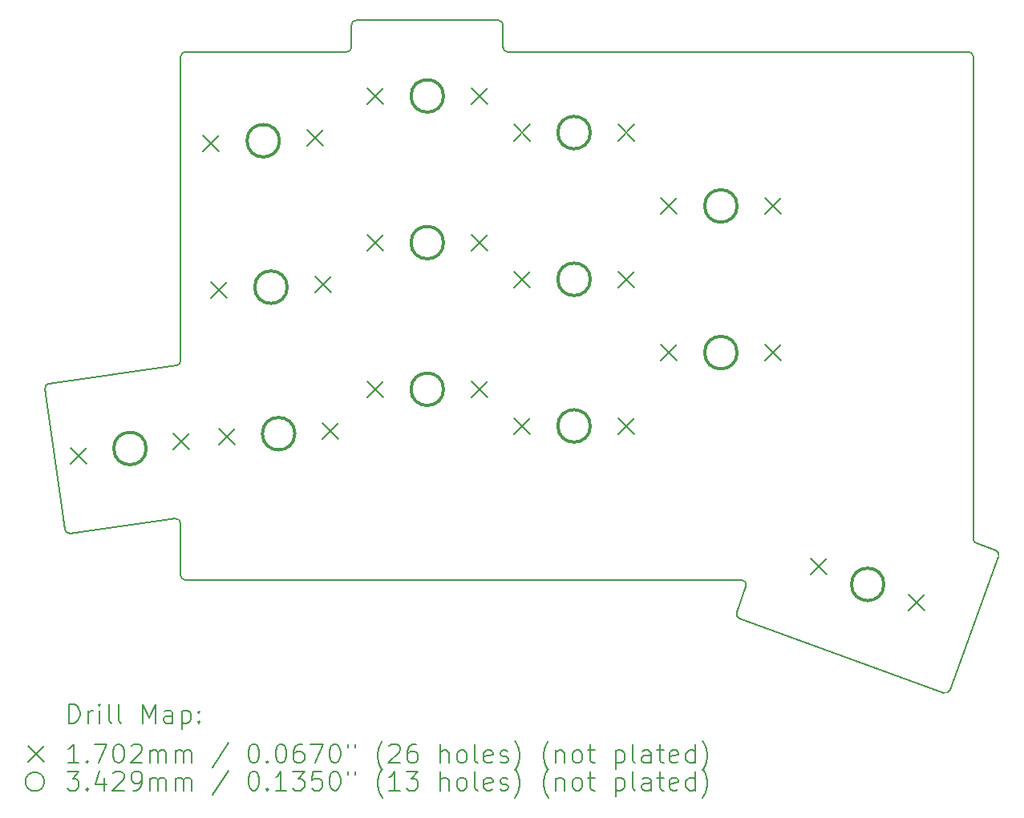
<source format=gbr>
%TF.GenerationSoftware,KiCad,Pcbnew,8.0.5*%
%TF.CreationDate,2024-09-24T21:25:45+10:00*%
%TF.ProjectId,pueo-min-space,7075656f-2d6d-4696-9e2d-73706163652e,0.1*%
%TF.SameCoordinates,Original*%
%TF.FileFunction,Drillmap*%
%TF.FilePolarity,Positive*%
%FSLAX45Y45*%
G04 Gerber Fmt 4.5, Leading zero omitted, Abs format (unit mm)*
G04 Created by KiCad (PCBNEW 8.0.5) date 2024-09-24 21:25:45*
%MOMM*%
%LPD*%
G01*
G04 APERTURE LIST*
%ADD10C,0.150000*%
%ADD11C,0.200000*%
%ADD12C,0.170180*%
%ADD13C,0.342900*%
G04 APERTURE END LIST*
D10*
X9461661Y-9907902D02*
X10571125Y-9751977D01*
X18948084Y-4820291D02*
G75*
G02*
X18998079Y-4870292I-4J-49999D01*
G01*
X19236346Y-10088360D02*
G75*
G02*
X19266227Y-10152445I-17096J-46980D01*
G01*
X12432083Y-4535291D02*
X12432083Y-4770291D01*
X18998083Y-9966629D02*
X18998084Y-4870292D01*
X10678083Y-10400291D02*
X16550587Y-10400291D01*
X16527821Y-10805222D02*
G75*
G02*
X16497939Y-10741137I17099J46982D01*
G01*
X13982084Y-4485291D02*
G75*
G02*
X14032079Y-4535291I-4J-49999D01*
G01*
X18753200Y-11561985D02*
G75*
G02*
X18689112Y-11591872I-46990J17105D01*
G01*
X18948083Y-4820291D02*
X14082083Y-4820291D01*
X10585042Y-8134297D02*
X9238984Y-8323472D01*
X16550587Y-10400291D02*
G75*
G02*
X16597573Y-10467392I3J-49999D01*
G01*
X10678083Y-10400291D02*
G75*
G02*
X10628079Y-10350291I-3J50001D01*
G01*
X14032083Y-4770291D02*
X14032084Y-4535291D01*
X9461661Y-9907902D02*
G75*
G02*
X9405188Y-9865347I-6961J49512D01*
G01*
X13982084Y-4485291D02*
X12482083Y-4485291D01*
X9196429Y-8379945D02*
G75*
G02*
X9238985Y-8323479I49511J6955D01*
G01*
X12382083Y-4820291D02*
X10678083Y-4820291D01*
X19030982Y-10013614D02*
G75*
G02*
X18998082Y-9966629I17098J46984D01*
G01*
X16597572Y-10467392D02*
X16497937Y-10741136D01*
X18753199Y-11561985D02*
X19266230Y-10152446D01*
X19236346Y-10088360D02*
X19030982Y-10013614D01*
X14082083Y-4820291D02*
G75*
G02*
X14032079Y-4770291I-3J50001D01*
G01*
X10628083Y-8084783D02*
G75*
G02*
X10585042Y-8134296I-50003J3D01*
G01*
X10628084Y-9801490D02*
X10628084Y-10350291D01*
X9196429Y-8379945D02*
X9405189Y-9865347D01*
X10571125Y-9751977D02*
G75*
G02*
X10628080Y-9801490I6955J-49513D01*
G01*
X10628083Y-4870291D02*
G75*
G02*
X10678083Y-4820293I49997J1D01*
G01*
X16527821Y-10805222D02*
X18689114Y-11591868D01*
X10628083Y-4870291D02*
X10628083Y-8084783D01*
X12432083Y-4770291D02*
G75*
G02*
X12382083Y-4820294I-50004J1D01*
G01*
X12432083Y-4535291D02*
G75*
G02*
X12482083Y-4485293I49997J1D01*
G01*
D11*
D12*
X9463286Y-9002763D02*
X9633466Y-9172943D01*
X9633466Y-9002763D02*
X9463286Y-9172943D01*
X10552581Y-8849672D02*
X10722761Y-9019852D01*
X10722761Y-8849672D02*
X10552581Y-9019852D01*
X10866041Y-5702420D02*
X11036221Y-5872600D01*
X11036221Y-5702420D02*
X10866041Y-5872600D01*
X10947162Y-7250296D02*
X11117342Y-7420476D01*
X11117342Y-7250296D02*
X10947162Y-7420476D01*
X11028283Y-8798172D02*
X11198463Y-8968352D01*
X11198463Y-8798172D02*
X11028283Y-8968352D01*
X11964533Y-5644851D02*
X12134713Y-5815031D01*
X12134713Y-5644851D02*
X11964533Y-5815031D01*
X12045654Y-7192727D02*
X12215834Y-7362907D01*
X12215834Y-7192727D02*
X12045654Y-7362907D01*
X12126775Y-8740602D02*
X12296955Y-8910782D01*
X12296955Y-8740602D02*
X12126775Y-8910782D01*
X12596993Y-6750201D02*
X12767173Y-6920381D01*
X12767173Y-6750201D02*
X12596993Y-6920381D01*
X12596993Y-8300201D02*
X12767173Y-8470382D01*
X12767173Y-8300201D02*
X12596993Y-8470382D01*
X12596994Y-5200201D02*
X12767174Y-5370381D01*
X12767174Y-5200201D02*
X12596994Y-5370381D01*
X13696993Y-6750201D02*
X13867173Y-6920381D01*
X13867173Y-6750201D02*
X13696993Y-6920381D01*
X13696993Y-8300201D02*
X13867173Y-8470382D01*
X13867173Y-8300201D02*
X13696993Y-8470382D01*
X13696994Y-5200201D02*
X13867174Y-5370381D01*
X13867174Y-5200201D02*
X13696994Y-5370381D01*
X14146993Y-5587701D02*
X14317173Y-5757881D01*
X14317173Y-5587701D02*
X14146993Y-5757881D01*
X14146993Y-7137701D02*
X14317173Y-7307881D01*
X14317173Y-7137701D02*
X14146993Y-7307881D01*
X14146994Y-8687701D02*
X14317174Y-8857881D01*
X14317174Y-8687701D02*
X14146994Y-8857881D01*
X15246993Y-5587701D02*
X15417173Y-5757881D01*
X15417173Y-5587701D02*
X15246993Y-5757881D01*
X15246993Y-7137701D02*
X15417173Y-7307881D01*
X15417173Y-7137701D02*
X15246993Y-7307881D01*
X15246994Y-8687701D02*
X15417174Y-8857881D01*
X15417174Y-8687701D02*
X15246994Y-8857881D01*
X15696993Y-6362701D02*
X15867173Y-6532881D01*
X15867173Y-6362701D02*
X15696993Y-6532881D01*
X15696993Y-7912701D02*
X15867173Y-8082881D01*
X15867173Y-7912701D02*
X15696993Y-8082881D01*
X16796993Y-6362701D02*
X16967173Y-6532881D01*
X16967173Y-6362701D02*
X16796993Y-6532881D01*
X16796993Y-7912701D02*
X16967173Y-8082881D01*
X16967173Y-7912701D02*
X16796993Y-8082881D01*
X17280162Y-10173590D02*
X17450342Y-10343770D01*
X17450342Y-10173590D02*
X17280162Y-10343770D01*
X18313824Y-10549812D02*
X18484004Y-10719992D01*
X18484004Y-10549812D02*
X18313824Y-10719992D01*
D13*
X10264474Y-9011307D02*
G75*
G02*
X9921574Y-9011307I-171450J0D01*
G01*
X9921574Y-9011307D02*
G75*
G02*
X10264474Y-9011307I171450J0D01*
G01*
X11671827Y-5758725D02*
G75*
G02*
X11328927Y-5758725I-171450J0D01*
G01*
X11328927Y-5758725D02*
G75*
G02*
X11671827Y-5758725I171450J0D01*
G01*
X11752948Y-7306601D02*
G75*
G02*
X11410048Y-7306601I-171450J0D01*
G01*
X11410048Y-7306601D02*
G75*
G02*
X11752948Y-7306601I171450J0D01*
G01*
X11834069Y-8854477D02*
G75*
G02*
X11491169Y-8854477I-171450J0D01*
G01*
X11491169Y-8854477D02*
G75*
G02*
X11834069Y-8854477I171450J0D01*
G01*
X13403533Y-6835291D02*
G75*
G02*
X13060633Y-6835291I-171450J0D01*
G01*
X13060633Y-6835291D02*
G75*
G02*
X13403533Y-6835291I171450J0D01*
G01*
X13403533Y-8385291D02*
G75*
G02*
X13060633Y-8385291I-171450J0D01*
G01*
X13060633Y-8385291D02*
G75*
G02*
X13403533Y-8385291I171450J0D01*
G01*
X13403534Y-5285291D02*
G75*
G02*
X13060634Y-5285291I-171450J0D01*
G01*
X13060634Y-5285291D02*
G75*
G02*
X13403534Y-5285291I171450J0D01*
G01*
X14953533Y-5672791D02*
G75*
G02*
X14610633Y-5672791I-171450J0D01*
G01*
X14610633Y-5672791D02*
G75*
G02*
X14953533Y-5672791I171450J0D01*
G01*
X14953533Y-7222791D02*
G75*
G02*
X14610633Y-7222791I-171450J0D01*
G01*
X14610633Y-7222791D02*
G75*
G02*
X14953533Y-7222791I171450J0D01*
G01*
X14953534Y-8772791D02*
G75*
G02*
X14610634Y-8772791I-171450J0D01*
G01*
X14610634Y-8772791D02*
G75*
G02*
X14953534Y-8772791I171450J0D01*
G01*
X16503533Y-6447791D02*
G75*
G02*
X16160633Y-6447791I-171450J0D01*
G01*
X16160633Y-6447791D02*
G75*
G02*
X16503533Y-6447791I171450J0D01*
G01*
X16503533Y-7997791D02*
G75*
G02*
X16160633Y-7997791I-171450J0D01*
G01*
X16160633Y-7997791D02*
G75*
G02*
X16503533Y-7997791I171450J0D01*
G01*
X18053533Y-10446791D02*
G75*
G02*
X17710633Y-10446791I-171450J0D01*
G01*
X17710633Y-10446791D02*
G75*
G02*
X18053533Y-10446791I171450J0D01*
G01*
D11*
X9449220Y-11913870D02*
X9449220Y-11713870D01*
X9449220Y-11713870D02*
X9496839Y-11713870D01*
X9496839Y-11713870D02*
X9525411Y-11723393D01*
X9525411Y-11723393D02*
X9544458Y-11742441D01*
X9544458Y-11742441D02*
X9553982Y-11761489D01*
X9553982Y-11761489D02*
X9563506Y-11799584D01*
X9563506Y-11799584D02*
X9563506Y-11828155D01*
X9563506Y-11828155D02*
X9553982Y-11866251D01*
X9553982Y-11866251D02*
X9544458Y-11885298D01*
X9544458Y-11885298D02*
X9525411Y-11904346D01*
X9525411Y-11904346D02*
X9496839Y-11913870D01*
X9496839Y-11913870D02*
X9449220Y-11913870D01*
X9649220Y-11913870D02*
X9649220Y-11780536D01*
X9649220Y-11818632D02*
X9658744Y-11799584D01*
X9658744Y-11799584D02*
X9668268Y-11790060D01*
X9668268Y-11790060D02*
X9687315Y-11780536D01*
X9687315Y-11780536D02*
X9706363Y-11780536D01*
X9773030Y-11913870D02*
X9773030Y-11780536D01*
X9773030Y-11713870D02*
X9763506Y-11723393D01*
X9763506Y-11723393D02*
X9773030Y-11732917D01*
X9773030Y-11732917D02*
X9782553Y-11723393D01*
X9782553Y-11723393D02*
X9773030Y-11713870D01*
X9773030Y-11713870D02*
X9773030Y-11732917D01*
X9896839Y-11913870D02*
X9877792Y-11904346D01*
X9877792Y-11904346D02*
X9868268Y-11885298D01*
X9868268Y-11885298D02*
X9868268Y-11713870D01*
X10001601Y-11913870D02*
X9982553Y-11904346D01*
X9982553Y-11904346D02*
X9973030Y-11885298D01*
X9973030Y-11885298D02*
X9973030Y-11713870D01*
X10230173Y-11913870D02*
X10230173Y-11713870D01*
X10230173Y-11713870D02*
X10296839Y-11856727D01*
X10296839Y-11856727D02*
X10363506Y-11713870D01*
X10363506Y-11713870D02*
X10363506Y-11913870D01*
X10544458Y-11913870D02*
X10544458Y-11809108D01*
X10544458Y-11809108D02*
X10534934Y-11790060D01*
X10534934Y-11790060D02*
X10515887Y-11780536D01*
X10515887Y-11780536D02*
X10477792Y-11780536D01*
X10477792Y-11780536D02*
X10458744Y-11790060D01*
X10544458Y-11904346D02*
X10525411Y-11913870D01*
X10525411Y-11913870D02*
X10477792Y-11913870D01*
X10477792Y-11913870D02*
X10458744Y-11904346D01*
X10458744Y-11904346D02*
X10449220Y-11885298D01*
X10449220Y-11885298D02*
X10449220Y-11866251D01*
X10449220Y-11866251D02*
X10458744Y-11847203D01*
X10458744Y-11847203D02*
X10477792Y-11837679D01*
X10477792Y-11837679D02*
X10525411Y-11837679D01*
X10525411Y-11837679D02*
X10544458Y-11828155D01*
X10639696Y-11780536D02*
X10639696Y-11980536D01*
X10639696Y-11790060D02*
X10658744Y-11780536D01*
X10658744Y-11780536D02*
X10696839Y-11780536D01*
X10696839Y-11780536D02*
X10715887Y-11790060D01*
X10715887Y-11790060D02*
X10725411Y-11799584D01*
X10725411Y-11799584D02*
X10734934Y-11818632D01*
X10734934Y-11818632D02*
X10734934Y-11875774D01*
X10734934Y-11875774D02*
X10725411Y-11894822D01*
X10725411Y-11894822D02*
X10715887Y-11904346D01*
X10715887Y-11904346D02*
X10696839Y-11913870D01*
X10696839Y-11913870D02*
X10658744Y-11913870D01*
X10658744Y-11913870D02*
X10639696Y-11904346D01*
X10820649Y-11894822D02*
X10830173Y-11904346D01*
X10830173Y-11904346D02*
X10820649Y-11913870D01*
X10820649Y-11913870D02*
X10811125Y-11904346D01*
X10811125Y-11904346D02*
X10820649Y-11894822D01*
X10820649Y-11894822D02*
X10820649Y-11913870D01*
X10820649Y-11790060D02*
X10830173Y-11799584D01*
X10830173Y-11799584D02*
X10820649Y-11809108D01*
X10820649Y-11809108D02*
X10811125Y-11799584D01*
X10811125Y-11799584D02*
X10820649Y-11790060D01*
X10820649Y-11790060D02*
X10820649Y-11809108D01*
D12*
X9018263Y-12157296D02*
X9188443Y-12327476D01*
X9188443Y-12157296D02*
X9018263Y-12327476D01*
D11*
X9553982Y-12333870D02*
X9439696Y-12333870D01*
X9496839Y-12333870D02*
X9496839Y-12133870D01*
X9496839Y-12133870D02*
X9477792Y-12162441D01*
X9477792Y-12162441D02*
X9458744Y-12181489D01*
X9458744Y-12181489D02*
X9439696Y-12191012D01*
X9639696Y-12314822D02*
X9649220Y-12324346D01*
X9649220Y-12324346D02*
X9639696Y-12333870D01*
X9639696Y-12333870D02*
X9630173Y-12324346D01*
X9630173Y-12324346D02*
X9639696Y-12314822D01*
X9639696Y-12314822D02*
X9639696Y-12333870D01*
X9715887Y-12133870D02*
X9849220Y-12133870D01*
X9849220Y-12133870D02*
X9763506Y-12333870D01*
X9963506Y-12133870D02*
X9982554Y-12133870D01*
X9982554Y-12133870D02*
X10001601Y-12143393D01*
X10001601Y-12143393D02*
X10011125Y-12152917D01*
X10011125Y-12152917D02*
X10020649Y-12171965D01*
X10020649Y-12171965D02*
X10030173Y-12210060D01*
X10030173Y-12210060D02*
X10030173Y-12257679D01*
X10030173Y-12257679D02*
X10020649Y-12295774D01*
X10020649Y-12295774D02*
X10011125Y-12314822D01*
X10011125Y-12314822D02*
X10001601Y-12324346D01*
X10001601Y-12324346D02*
X9982554Y-12333870D01*
X9982554Y-12333870D02*
X9963506Y-12333870D01*
X9963506Y-12333870D02*
X9944458Y-12324346D01*
X9944458Y-12324346D02*
X9934934Y-12314822D01*
X9934934Y-12314822D02*
X9925411Y-12295774D01*
X9925411Y-12295774D02*
X9915887Y-12257679D01*
X9915887Y-12257679D02*
X9915887Y-12210060D01*
X9915887Y-12210060D02*
X9925411Y-12171965D01*
X9925411Y-12171965D02*
X9934934Y-12152917D01*
X9934934Y-12152917D02*
X9944458Y-12143393D01*
X9944458Y-12143393D02*
X9963506Y-12133870D01*
X10106363Y-12152917D02*
X10115887Y-12143393D01*
X10115887Y-12143393D02*
X10134934Y-12133870D01*
X10134934Y-12133870D02*
X10182554Y-12133870D01*
X10182554Y-12133870D02*
X10201601Y-12143393D01*
X10201601Y-12143393D02*
X10211125Y-12152917D01*
X10211125Y-12152917D02*
X10220649Y-12171965D01*
X10220649Y-12171965D02*
X10220649Y-12191012D01*
X10220649Y-12191012D02*
X10211125Y-12219584D01*
X10211125Y-12219584D02*
X10096839Y-12333870D01*
X10096839Y-12333870D02*
X10220649Y-12333870D01*
X10306363Y-12333870D02*
X10306363Y-12200536D01*
X10306363Y-12219584D02*
X10315887Y-12210060D01*
X10315887Y-12210060D02*
X10334934Y-12200536D01*
X10334934Y-12200536D02*
X10363506Y-12200536D01*
X10363506Y-12200536D02*
X10382554Y-12210060D01*
X10382554Y-12210060D02*
X10392077Y-12229108D01*
X10392077Y-12229108D02*
X10392077Y-12333870D01*
X10392077Y-12229108D02*
X10401601Y-12210060D01*
X10401601Y-12210060D02*
X10420649Y-12200536D01*
X10420649Y-12200536D02*
X10449220Y-12200536D01*
X10449220Y-12200536D02*
X10468268Y-12210060D01*
X10468268Y-12210060D02*
X10477792Y-12229108D01*
X10477792Y-12229108D02*
X10477792Y-12333870D01*
X10573030Y-12333870D02*
X10573030Y-12200536D01*
X10573030Y-12219584D02*
X10582554Y-12210060D01*
X10582554Y-12210060D02*
X10601601Y-12200536D01*
X10601601Y-12200536D02*
X10630173Y-12200536D01*
X10630173Y-12200536D02*
X10649220Y-12210060D01*
X10649220Y-12210060D02*
X10658744Y-12229108D01*
X10658744Y-12229108D02*
X10658744Y-12333870D01*
X10658744Y-12229108D02*
X10668268Y-12210060D01*
X10668268Y-12210060D02*
X10687315Y-12200536D01*
X10687315Y-12200536D02*
X10715887Y-12200536D01*
X10715887Y-12200536D02*
X10734935Y-12210060D01*
X10734935Y-12210060D02*
X10744458Y-12229108D01*
X10744458Y-12229108D02*
X10744458Y-12333870D01*
X11134935Y-12124346D02*
X10963506Y-12381489D01*
X11392077Y-12133870D02*
X11411125Y-12133870D01*
X11411125Y-12133870D02*
X11430173Y-12143393D01*
X11430173Y-12143393D02*
X11439696Y-12152917D01*
X11439696Y-12152917D02*
X11449220Y-12171965D01*
X11449220Y-12171965D02*
X11458744Y-12210060D01*
X11458744Y-12210060D02*
X11458744Y-12257679D01*
X11458744Y-12257679D02*
X11449220Y-12295774D01*
X11449220Y-12295774D02*
X11439696Y-12314822D01*
X11439696Y-12314822D02*
X11430173Y-12324346D01*
X11430173Y-12324346D02*
X11411125Y-12333870D01*
X11411125Y-12333870D02*
X11392077Y-12333870D01*
X11392077Y-12333870D02*
X11373030Y-12324346D01*
X11373030Y-12324346D02*
X11363506Y-12314822D01*
X11363506Y-12314822D02*
X11353982Y-12295774D01*
X11353982Y-12295774D02*
X11344458Y-12257679D01*
X11344458Y-12257679D02*
X11344458Y-12210060D01*
X11344458Y-12210060D02*
X11353982Y-12171965D01*
X11353982Y-12171965D02*
X11363506Y-12152917D01*
X11363506Y-12152917D02*
X11373030Y-12143393D01*
X11373030Y-12143393D02*
X11392077Y-12133870D01*
X11544458Y-12314822D02*
X11553982Y-12324346D01*
X11553982Y-12324346D02*
X11544458Y-12333870D01*
X11544458Y-12333870D02*
X11534935Y-12324346D01*
X11534935Y-12324346D02*
X11544458Y-12314822D01*
X11544458Y-12314822D02*
X11544458Y-12333870D01*
X11677792Y-12133870D02*
X11696839Y-12133870D01*
X11696839Y-12133870D02*
X11715887Y-12143393D01*
X11715887Y-12143393D02*
X11725411Y-12152917D01*
X11725411Y-12152917D02*
X11734935Y-12171965D01*
X11734935Y-12171965D02*
X11744458Y-12210060D01*
X11744458Y-12210060D02*
X11744458Y-12257679D01*
X11744458Y-12257679D02*
X11734935Y-12295774D01*
X11734935Y-12295774D02*
X11725411Y-12314822D01*
X11725411Y-12314822D02*
X11715887Y-12324346D01*
X11715887Y-12324346D02*
X11696839Y-12333870D01*
X11696839Y-12333870D02*
X11677792Y-12333870D01*
X11677792Y-12333870D02*
X11658744Y-12324346D01*
X11658744Y-12324346D02*
X11649220Y-12314822D01*
X11649220Y-12314822D02*
X11639696Y-12295774D01*
X11639696Y-12295774D02*
X11630173Y-12257679D01*
X11630173Y-12257679D02*
X11630173Y-12210060D01*
X11630173Y-12210060D02*
X11639696Y-12171965D01*
X11639696Y-12171965D02*
X11649220Y-12152917D01*
X11649220Y-12152917D02*
X11658744Y-12143393D01*
X11658744Y-12143393D02*
X11677792Y-12133870D01*
X11915887Y-12133870D02*
X11877792Y-12133870D01*
X11877792Y-12133870D02*
X11858744Y-12143393D01*
X11858744Y-12143393D02*
X11849220Y-12152917D01*
X11849220Y-12152917D02*
X11830173Y-12181489D01*
X11830173Y-12181489D02*
X11820649Y-12219584D01*
X11820649Y-12219584D02*
X11820649Y-12295774D01*
X11820649Y-12295774D02*
X11830173Y-12314822D01*
X11830173Y-12314822D02*
X11839696Y-12324346D01*
X11839696Y-12324346D02*
X11858744Y-12333870D01*
X11858744Y-12333870D02*
X11896839Y-12333870D01*
X11896839Y-12333870D02*
X11915887Y-12324346D01*
X11915887Y-12324346D02*
X11925411Y-12314822D01*
X11925411Y-12314822D02*
X11934935Y-12295774D01*
X11934935Y-12295774D02*
X11934935Y-12248155D01*
X11934935Y-12248155D02*
X11925411Y-12229108D01*
X11925411Y-12229108D02*
X11915887Y-12219584D01*
X11915887Y-12219584D02*
X11896839Y-12210060D01*
X11896839Y-12210060D02*
X11858744Y-12210060D01*
X11858744Y-12210060D02*
X11839696Y-12219584D01*
X11839696Y-12219584D02*
X11830173Y-12229108D01*
X11830173Y-12229108D02*
X11820649Y-12248155D01*
X12001601Y-12133870D02*
X12134935Y-12133870D01*
X12134935Y-12133870D02*
X12049220Y-12333870D01*
X12249220Y-12133870D02*
X12268268Y-12133870D01*
X12268268Y-12133870D02*
X12287316Y-12143393D01*
X12287316Y-12143393D02*
X12296839Y-12152917D01*
X12296839Y-12152917D02*
X12306363Y-12171965D01*
X12306363Y-12171965D02*
X12315887Y-12210060D01*
X12315887Y-12210060D02*
X12315887Y-12257679D01*
X12315887Y-12257679D02*
X12306363Y-12295774D01*
X12306363Y-12295774D02*
X12296839Y-12314822D01*
X12296839Y-12314822D02*
X12287316Y-12324346D01*
X12287316Y-12324346D02*
X12268268Y-12333870D01*
X12268268Y-12333870D02*
X12249220Y-12333870D01*
X12249220Y-12333870D02*
X12230173Y-12324346D01*
X12230173Y-12324346D02*
X12220649Y-12314822D01*
X12220649Y-12314822D02*
X12211125Y-12295774D01*
X12211125Y-12295774D02*
X12201601Y-12257679D01*
X12201601Y-12257679D02*
X12201601Y-12210060D01*
X12201601Y-12210060D02*
X12211125Y-12171965D01*
X12211125Y-12171965D02*
X12220649Y-12152917D01*
X12220649Y-12152917D02*
X12230173Y-12143393D01*
X12230173Y-12143393D02*
X12249220Y-12133870D01*
X12392077Y-12133870D02*
X12392077Y-12171965D01*
X12468268Y-12133870D02*
X12468268Y-12171965D01*
X12763506Y-12410060D02*
X12753982Y-12400536D01*
X12753982Y-12400536D02*
X12734935Y-12371965D01*
X12734935Y-12371965D02*
X12725411Y-12352917D01*
X12725411Y-12352917D02*
X12715887Y-12324346D01*
X12715887Y-12324346D02*
X12706363Y-12276727D01*
X12706363Y-12276727D02*
X12706363Y-12238632D01*
X12706363Y-12238632D02*
X12715887Y-12191012D01*
X12715887Y-12191012D02*
X12725411Y-12162441D01*
X12725411Y-12162441D02*
X12734935Y-12143393D01*
X12734935Y-12143393D02*
X12753982Y-12114822D01*
X12753982Y-12114822D02*
X12763506Y-12105298D01*
X12830173Y-12152917D02*
X12839697Y-12143393D01*
X12839697Y-12143393D02*
X12858744Y-12133870D01*
X12858744Y-12133870D02*
X12906363Y-12133870D01*
X12906363Y-12133870D02*
X12925411Y-12143393D01*
X12925411Y-12143393D02*
X12934935Y-12152917D01*
X12934935Y-12152917D02*
X12944458Y-12171965D01*
X12944458Y-12171965D02*
X12944458Y-12191012D01*
X12944458Y-12191012D02*
X12934935Y-12219584D01*
X12934935Y-12219584D02*
X12820649Y-12333870D01*
X12820649Y-12333870D02*
X12944458Y-12333870D01*
X13115887Y-12133870D02*
X13077792Y-12133870D01*
X13077792Y-12133870D02*
X13058744Y-12143393D01*
X13058744Y-12143393D02*
X13049220Y-12152917D01*
X13049220Y-12152917D02*
X13030173Y-12181489D01*
X13030173Y-12181489D02*
X13020649Y-12219584D01*
X13020649Y-12219584D02*
X13020649Y-12295774D01*
X13020649Y-12295774D02*
X13030173Y-12314822D01*
X13030173Y-12314822D02*
X13039697Y-12324346D01*
X13039697Y-12324346D02*
X13058744Y-12333870D01*
X13058744Y-12333870D02*
X13096839Y-12333870D01*
X13096839Y-12333870D02*
X13115887Y-12324346D01*
X13115887Y-12324346D02*
X13125411Y-12314822D01*
X13125411Y-12314822D02*
X13134935Y-12295774D01*
X13134935Y-12295774D02*
X13134935Y-12248155D01*
X13134935Y-12248155D02*
X13125411Y-12229108D01*
X13125411Y-12229108D02*
X13115887Y-12219584D01*
X13115887Y-12219584D02*
X13096839Y-12210060D01*
X13096839Y-12210060D02*
X13058744Y-12210060D01*
X13058744Y-12210060D02*
X13039697Y-12219584D01*
X13039697Y-12219584D02*
X13030173Y-12229108D01*
X13030173Y-12229108D02*
X13020649Y-12248155D01*
X13373030Y-12333870D02*
X13373030Y-12133870D01*
X13458744Y-12333870D02*
X13458744Y-12229108D01*
X13458744Y-12229108D02*
X13449220Y-12210060D01*
X13449220Y-12210060D02*
X13430173Y-12200536D01*
X13430173Y-12200536D02*
X13401601Y-12200536D01*
X13401601Y-12200536D02*
X13382554Y-12210060D01*
X13382554Y-12210060D02*
X13373030Y-12219584D01*
X13582554Y-12333870D02*
X13563506Y-12324346D01*
X13563506Y-12324346D02*
X13553982Y-12314822D01*
X13553982Y-12314822D02*
X13544459Y-12295774D01*
X13544459Y-12295774D02*
X13544459Y-12238632D01*
X13544459Y-12238632D02*
X13553982Y-12219584D01*
X13553982Y-12219584D02*
X13563506Y-12210060D01*
X13563506Y-12210060D02*
X13582554Y-12200536D01*
X13582554Y-12200536D02*
X13611125Y-12200536D01*
X13611125Y-12200536D02*
X13630173Y-12210060D01*
X13630173Y-12210060D02*
X13639697Y-12219584D01*
X13639697Y-12219584D02*
X13649220Y-12238632D01*
X13649220Y-12238632D02*
X13649220Y-12295774D01*
X13649220Y-12295774D02*
X13639697Y-12314822D01*
X13639697Y-12314822D02*
X13630173Y-12324346D01*
X13630173Y-12324346D02*
X13611125Y-12333870D01*
X13611125Y-12333870D02*
X13582554Y-12333870D01*
X13763506Y-12333870D02*
X13744459Y-12324346D01*
X13744459Y-12324346D02*
X13734935Y-12305298D01*
X13734935Y-12305298D02*
X13734935Y-12133870D01*
X13915887Y-12324346D02*
X13896840Y-12333870D01*
X13896840Y-12333870D02*
X13858744Y-12333870D01*
X13858744Y-12333870D02*
X13839697Y-12324346D01*
X13839697Y-12324346D02*
X13830173Y-12305298D01*
X13830173Y-12305298D02*
X13830173Y-12229108D01*
X13830173Y-12229108D02*
X13839697Y-12210060D01*
X13839697Y-12210060D02*
X13858744Y-12200536D01*
X13858744Y-12200536D02*
X13896840Y-12200536D01*
X13896840Y-12200536D02*
X13915887Y-12210060D01*
X13915887Y-12210060D02*
X13925411Y-12229108D01*
X13925411Y-12229108D02*
X13925411Y-12248155D01*
X13925411Y-12248155D02*
X13830173Y-12267203D01*
X14001601Y-12324346D02*
X14020649Y-12333870D01*
X14020649Y-12333870D02*
X14058744Y-12333870D01*
X14058744Y-12333870D02*
X14077792Y-12324346D01*
X14077792Y-12324346D02*
X14087316Y-12305298D01*
X14087316Y-12305298D02*
X14087316Y-12295774D01*
X14087316Y-12295774D02*
X14077792Y-12276727D01*
X14077792Y-12276727D02*
X14058744Y-12267203D01*
X14058744Y-12267203D02*
X14030173Y-12267203D01*
X14030173Y-12267203D02*
X14011125Y-12257679D01*
X14011125Y-12257679D02*
X14001601Y-12238632D01*
X14001601Y-12238632D02*
X14001601Y-12229108D01*
X14001601Y-12229108D02*
X14011125Y-12210060D01*
X14011125Y-12210060D02*
X14030173Y-12200536D01*
X14030173Y-12200536D02*
X14058744Y-12200536D01*
X14058744Y-12200536D02*
X14077792Y-12210060D01*
X14153982Y-12410060D02*
X14163506Y-12400536D01*
X14163506Y-12400536D02*
X14182554Y-12371965D01*
X14182554Y-12371965D02*
X14192078Y-12352917D01*
X14192078Y-12352917D02*
X14201601Y-12324346D01*
X14201601Y-12324346D02*
X14211125Y-12276727D01*
X14211125Y-12276727D02*
X14211125Y-12238632D01*
X14211125Y-12238632D02*
X14201601Y-12191012D01*
X14201601Y-12191012D02*
X14192078Y-12162441D01*
X14192078Y-12162441D02*
X14182554Y-12143393D01*
X14182554Y-12143393D02*
X14163506Y-12114822D01*
X14163506Y-12114822D02*
X14153982Y-12105298D01*
X14515887Y-12410060D02*
X14506363Y-12400536D01*
X14506363Y-12400536D02*
X14487316Y-12371965D01*
X14487316Y-12371965D02*
X14477792Y-12352917D01*
X14477792Y-12352917D02*
X14468268Y-12324346D01*
X14468268Y-12324346D02*
X14458744Y-12276727D01*
X14458744Y-12276727D02*
X14458744Y-12238632D01*
X14458744Y-12238632D02*
X14468268Y-12191012D01*
X14468268Y-12191012D02*
X14477792Y-12162441D01*
X14477792Y-12162441D02*
X14487316Y-12143393D01*
X14487316Y-12143393D02*
X14506363Y-12114822D01*
X14506363Y-12114822D02*
X14515887Y-12105298D01*
X14592078Y-12200536D02*
X14592078Y-12333870D01*
X14592078Y-12219584D02*
X14601601Y-12210060D01*
X14601601Y-12210060D02*
X14620649Y-12200536D01*
X14620649Y-12200536D02*
X14649221Y-12200536D01*
X14649221Y-12200536D02*
X14668268Y-12210060D01*
X14668268Y-12210060D02*
X14677792Y-12229108D01*
X14677792Y-12229108D02*
X14677792Y-12333870D01*
X14801601Y-12333870D02*
X14782554Y-12324346D01*
X14782554Y-12324346D02*
X14773030Y-12314822D01*
X14773030Y-12314822D02*
X14763506Y-12295774D01*
X14763506Y-12295774D02*
X14763506Y-12238632D01*
X14763506Y-12238632D02*
X14773030Y-12219584D01*
X14773030Y-12219584D02*
X14782554Y-12210060D01*
X14782554Y-12210060D02*
X14801601Y-12200536D01*
X14801601Y-12200536D02*
X14830173Y-12200536D01*
X14830173Y-12200536D02*
X14849221Y-12210060D01*
X14849221Y-12210060D02*
X14858744Y-12219584D01*
X14858744Y-12219584D02*
X14868268Y-12238632D01*
X14868268Y-12238632D02*
X14868268Y-12295774D01*
X14868268Y-12295774D02*
X14858744Y-12314822D01*
X14858744Y-12314822D02*
X14849221Y-12324346D01*
X14849221Y-12324346D02*
X14830173Y-12333870D01*
X14830173Y-12333870D02*
X14801601Y-12333870D01*
X14925411Y-12200536D02*
X15001601Y-12200536D01*
X14953982Y-12133870D02*
X14953982Y-12305298D01*
X14953982Y-12305298D02*
X14963506Y-12324346D01*
X14963506Y-12324346D02*
X14982554Y-12333870D01*
X14982554Y-12333870D02*
X15001601Y-12333870D01*
X15220649Y-12200536D02*
X15220649Y-12400536D01*
X15220649Y-12210060D02*
X15239697Y-12200536D01*
X15239697Y-12200536D02*
X15277792Y-12200536D01*
X15277792Y-12200536D02*
X15296840Y-12210060D01*
X15296840Y-12210060D02*
X15306363Y-12219584D01*
X15306363Y-12219584D02*
X15315887Y-12238632D01*
X15315887Y-12238632D02*
X15315887Y-12295774D01*
X15315887Y-12295774D02*
X15306363Y-12314822D01*
X15306363Y-12314822D02*
X15296840Y-12324346D01*
X15296840Y-12324346D02*
X15277792Y-12333870D01*
X15277792Y-12333870D02*
X15239697Y-12333870D01*
X15239697Y-12333870D02*
X15220649Y-12324346D01*
X15430173Y-12333870D02*
X15411125Y-12324346D01*
X15411125Y-12324346D02*
X15401602Y-12305298D01*
X15401602Y-12305298D02*
X15401602Y-12133870D01*
X15592078Y-12333870D02*
X15592078Y-12229108D01*
X15592078Y-12229108D02*
X15582554Y-12210060D01*
X15582554Y-12210060D02*
X15563506Y-12200536D01*
X15563506Y-12200536D02*
X15525411Y-12200536D01*
X15525411Y-12200536D02*
X15506363Y-12210060D01*
X15592078Y-12324346D02*
X15573030Y-12333870D01*
X15573030Y-12333870D02*
X15525411Y-12333870D01*
X15525411Y-12333870D02*
X15506363Y-12324346D01*
X15506363Y-12324346D02*
X15496840Y-12305298D01*
X15496840Y-12305298D02*
X15496840Y-12286251D01*
X15496840Y-12286251D02*
X15506363Y-12267203D01*
X15506363Y-12267203D02*
X15525411Y-12257679D01*
X15525411Y-12257679D02*
X15573030Y-12257679D01*
X15573030Y-12257679D02*
X15592078Y-12248155D01*
X15658744Y-12200536D02*
X15734935Y-12200536D01*
X15687316Y-12133870D02*
X15687316Y-12305298D01*
X15687316Y-12305298D02*
X15696840Y-12324346D01*
X15696840Y-12324346D02*
X15715887Y-12333870D01*
X15715887Y-12333870D02*
X15734935Y-12333870D01*
X15877792Y-12324346D02*
X15858744Y-12333870D01*
X15858744Y-12333870D02*
X15820649Y-12333870D01*
X15820649Y-12333870D02*
X15801602Y-12324346D01*
X15801602Y-12324346D02*
X15792078Y-12305298D01*
X15792078Y-12305298D02*
X15792078Y-12229108D01*
X15792078Y-12229108D02*
X15801602Y-12210060D01*
X15801602Y-12210060D02*
X15820649Y-12200536D01*
X15820649Y-12200536D02*
X15858744Y-12200536D01*
X15858744Y-12200536D02*
X15877792Y-12210060D01*
X15877792Y-12210060D02*
X15887316Y-12229108D01*
X15887316Y-12229108D02*
X15887316Y-12248155D01*
X15887316Y-12248155D02*
X15792078Y-12267203D01*
X16058744Y-12333870D02*
X16058744Y-12133870D01*
X16058744Y-12324346D02*
X16039697Y-12333870D01*
X16039697Y-12333870D02*
X16001602Y-12333870D01*
X16001602Y-12333870D02*
X15982554Y-12324346D01*
X15982554Y-12324346D02*
X15973030Y-12314822D01*
X15973030Y-12314822D02*
X15963506Y-12295774D01*
X15963506Y-12295774D02*
X15963506Y-12238632D01*
X15963506Y-12238632D02*
X15973030Y-12219584D01*
X15973030Y-12219584D02*
X15982554Y-12210060D01*
X15982554Y-12210060D02*
X16001602Y-12200536D01*
X16001602Y-12200536D02*
X16039697Y-12200536D01*
X16039697Y-12200536D02*
X16058744Y-12210060D01*
X16134935Y-12410060D02*
X16144459Y-12400536D01*
X16144459Y-12400536D02*
X16163506Y-12371965D01*
X16163506Y-12371965D02*
X16173030Y-12352917D01*
X16173030Y-12352917D02*
X16182554Y-12324346D01*
X16182554Y-12324346D02*
X16192078Y-12276727D01*
X16192078Y-12276727D02*
X16192078Y-12238632D01*
X16192078Y-12238632D02*
X16182554Y-12191012D01*
X16182554Y-12191012D02*
X16173030Y-12162441D01*
X16173030Y-12162441D02*
X16163506Y-12143393D01*
X16163506Y-12143393D02*
X16144459Y-12114822D01*
X16144459Y-12114822D02*
X16134935Y-12105298D01*
X9188443Y-12532566D02*
G75*
G02*
X8988443Y-12532566I-100000J0D01*
G01*
X8988443Y-12532566D02*
G75*
G02*
X9188443Y-12532566I100000J0D01*
G01*
X9430173Y-12424050D02*
X9553982Y-12424050D01*
X9553982Y-12424050D02*
X9487315Y-12500240D01*
X9487315Y-12500240D02*
X9515887Y-12500240D01*
X9515887Y-12500240D02*
X9534934Y-12509764D01*
X9534934Y-12509764D02*
X9544458Y-12519288D01*
X9544458Y-12519288D02*
X9553982Y-12538335D01*
X9553982Y-12538335D02*
X9553982Y-12585954D01*
X9553982Y-12585954D02*
X9544458Y-12605002D01*
X9544458Y-12605002D02*
X9534934Y-12614526D01*
X9534934Y-12614526D02*
X9515887Y-12624050D01*
X9515887Y-12624050D02*
X9458744Y-12624050D01*
X9458744Y-12624050D02*
X9439696Y-12614526D01*
X9439696Y-12614526D02*
X9430173Y-12605002D01*
X9639696Y-12605002D02*
X9649220Y-12614526D01*
X9649220Y-12614526D02*
X9639696Y-12624050D01*
X9639696Y-12624050D02*
X9630173Y-12614526D01*
X9630173Y-12614526D02*
X9639696Y-12605002D01*
X9639696Y-12605002D02*
X9639696Y-12624050D01*
X9820649Y-12490716D02*
X9820649Y-12624050D01*
X9773030Y-12414526D02*
X9725411Y-12557383D01*
X9725411Y-12557383D02*
X9849220Y-12557383D01*
X9915887Y-12443097D02*
X9925411Y-12433573D01*
X9925411Y-12433573D02*
X9944458Y-12424050D01*
X9944458Y-12424050D02*
X9992077Y-12424050D01*
X9992077Y-12424050D02*
X10011125Y-12433573D01*
X10011125Y-12433573D02*
X10020649Y-12443097D01*
X10020649Y-12443097D02*
X10030173Y-12462145D01*
X10030173Y-12462145D02*
X10030173Y-12481192D01*
X10030173Y-12481192D02*
X10020649Y-12509764D01*
X10020649Y-12509764D02*
X9906363Y-12624050D01*
X9906363Y-12624050D02*
X10030173Y-12624050D01*
X10125411Y-12624050D02*
X10163506Y-12624050D01*
X10163506Y-12624050D02*
X10182554Y-12614526D01*
X10182554Y-12614526D02*
X10192077Y-12605002D01*
X10192077Y-12605002D02*
X10211125Y-12576431D01*
X10211125Y-12576431D02*
X10220649Y-12538335D01*
X10220649Y-12538335D02*
X10220649Y-12462145D01*
X10220649Y-12462145D02*
X10211125Y-12443097D01*
X10211125Y-12443097D02*
X10201601Y-12433573D01*
X10201601Y-12433573D02*
X10182554Y-12424050D01*
X10182554Y-12424050D02*
X10144458Y-12424050D01*
X10144458Y-12424050D02*
X10125411Y-12433573D01*
X10125411Y-12433573D02*
X10115887Y-12443097D01*
X10115887Y-12443097D02*
X10106363Y-12462145D01*
X10106363Y-12462145D02*
X10106363Y-12509764D01*
X10106363Y-12509764D02*
X10115887Y-12528812D01*
X10115887Y-12528812D02*
X10125411Y-12538335D01*
X10125411Y-12538335D02*
X10144458Y-12547859D01*
X10144458Y-12547859D02*
X10182554Y-12547859D01*
X10182554Y-12547859D02*
X10201601Y-12538335D01*
X10201601Y-12538335D02*
X10211125Y-12528812D01*
X10211125Y-12528812D02*
X10220649Y-12509764D01*
X10306363Y-12624050D02*
X10306363Y-12490716D01*
X10306363Y-12509764D02*
X10315887Y-12500240D01*
X10315887Y-12500240D02*
X10334934Y-12490716D01*
X10334934Y-12490716D02*
X10363506Y-12490716D01*
X10363506Y-12490716D02*
X10382554Y-12500240D01*
X10382554Y-12500240D02*
X10392077Y-12519288D01*
X10392077Y-12519288D02*
X10392077Y-12624050D01*
X10392077Y-12519288D02*
X10401601Y-12500240D01*
X10401601Y-12500240D02*
X10420649Y-12490716D01*
X10420649Y-12490716D02*
X10449220Y-12490716D01*
X10449220Y-12490716D02*
X10468268Y-12500240D01*
X10468268Y-12500240D02*
X10477792Y-12519288D01*
X10477792Y-12519288D02*
X10477792Y-12624050D01*
X10573030Y-12624050D02*
X10573030Y-12490716D01*
X10573030Y-12509764D02*
X10582554Y-12500240D01*
X10582554Y-12500240D02*
X10601601Y-12490716D01*
X10601601Y-12490716D02*
X10630173Y-12490716D01*
X10630173Y-12490716D02*
X10649220Y-12500240D01*
X10649220Y-12500240D02*
X10658744Y-12519288D01*
X10658744Y-12519288D02*
X10658744Y-12624050D01*
X10658744Y-12519288D02*
X10668268Y-12500240D01*
X10668268Y-12500240D02*
X10687315Y-12490716D01*
X10687315Y-12490716D02*
X10715887Y-12490716D01*
X10715887Y-12490716D02*
X10734935Y-12500240D01*
X10734935Y-12500240D02*
X10744458Y-12519288D01*
X10744458Y-12519288D02*
X10744458Y-12624050D01*
X11134935Y-12414526D02*
X10963506Y-12671669D01*
X11392077Y-12424050D02*
X11411125Y-12424050D01*
X11411125Y-12424050D02*
X11430173Y-12433573D01*
X11430173Y-12433573D02*
X11439696Y-12443097D01*
X11439696Y-12443097D02*
X11449220Y-12462145D01*
X11449220Y-12462145D02*
X11458744Y-12500240D01*
X11458744Y-12500240D02*
X11458744Y-12547859D01*
X11458744Y-12547859D02*
X11449220Y-12585954D01*
X11449220Y-12585954D02*
X11439696Y-12605002D01*
X11439696Y-12605002D02*
X11430173Y-12614526D01*
X11430173Y-12614526D02*
X11411125Y-12624050D01*
X11411125Y-12624050D02*
X11392077Y-12624050D01*
X11392077Y-12624050D02*
X11373030Y-12614526D01*
X11373030Y-12614526D02*
X11363506Y-12605002D01*
X11363506Y-12605002D02*
X11353982Y-12585954D01*
X11353982Y-12585954D02*
X11344458Y-12547859D01*
X11344458Y-12547859D02*
X11344458Y-12500240D01*
X11344458Y-12500240D02*
X11353982Y-12462145D01*
X11353982Y-12462145D02*
X11363506Y-12443097D01*
X11363506Y-12443097D02*
X11373030Y-12433573D01*
X11373030Y-12433573D02*
X11392077Y-12424050D01*
X11544458Y-12605002D02*
X11553982Y-12614526D01*
X11553982Y-12614526D02*
X11544458Y-12624050D01*
X11544458Y-12624050D02*
X11534935Y-12614526D01*
X11534935Y-12614526D02*
X11544458Y-12605002D01*
X11544458Y-12605002D02*
X11544458Y-12624050D01*
X11744458Y-12624050D02*
X11630173Y-12624050D01*
X11687315Y-12624050D02*
X11687315Y-12424050D01*
X11687315Y-12424050D02*
X11668268Y-12452621D01*
X11668268Y-12452621D02*
X11649220Y-12471669D01*
X11649220Y-12471669D02*
X11630173Y-12481192D01*
X11811125Y-12424050D02*
X11934935Y-12424050D01*
X11934935Y-12424050D02*
X11868268Y-12500240D01*
X11868268Y-12500240D02*
X11896839Y-12500240D01*
X11896839Y-12500240D02*
X11915887Y-12509764D01*
X11915887Y-12509764D02*
X11925411Y-12519288D01*
X11925411Y-12519288D02*
X11934935Y-12538335D01*
X11934935Y-12538335D02*
X11934935Y-12585954D01*
X11934935Y-12585954D02*
X11925411Y-12605002D01*
X11925411Y-12605002D02*
X11915887Y-12614526D01*
X11915887Y-12614526D02*
X11896839Y-12624050D01*
X11896839Y-12624050D02*
X11839696Y-12624050D01*
X11839696Y-12624050D02*
X11820649Y-12614526D01*
X11820649Y-12614526D02*
X11811125Y-12605002D01*
X12115887Y-12424050D02*
X12020649Y-12424050D01*
X12020649Y-12424050D02*
X12011125Y-12519288D01*
X12011125Y-12519288D02*
X12020649Y-12509764D01*
X12020649Y-12509764D02*
X12039696Y-12500240D01*
X12039696Y-12500240D02*
X12087316Y-12500240D01*
X12087316Y-12500240D02*
X12106363Y-12509764D01*
X12106363Y-12509764D02*
X12115887Y-12519288D01*
X12115887Y-12519288D02*
X12125411Y-12538335D01*
X12125411Y-12538335D02*
X12125411Y-12585954D01*
X12125411Y-12585954D02*
X12115887Y-12605002D01*
X12115887Y-12605002D02*
X12106363Y-12614526D01*
X12106363Y-12614526D02*
X12087316Y-12624050D01*
X12087316Y-12624050D02*
X12039696Y-12624050D01*
X12039696Y-12624050D02*
X12020649Y-12614526D01*
X12020649Y-12614526D02*
X12011125Y-12605002D01*
X12249220Y-12424050D02*
X12268268Y-12424050D01*
X12268268Y-12424050D02*
X12287316Y-12433573D01*
X12287316Y-12433573D02*
X12296839Y-12443097D01*
X12296839Y-12443097D02*
X12306363Y-12462145D01*
X12306363Y-12462145D02*
X12315887Y-12500240D01*
X12315887Y-12500240D02*
X12315887Y-12547859D01*
X12315887Y-12547859D02*
X12306363Y-12585954D01*
X12306363Y-12585954D02*
X12296839Y-12605002D01*
X12296839Y-12605002D02*
X12287316Y-12614526D01*
X12287316Y-12614526D02*
X12268268Y-12624050D01*
X12268268Y-12624050D02*
X12249220Y-12624050D01*
X12249220Y-12624050D02*
X12230173Y-12614526D01*
X12230173Y-12614526D02*
X12220649Y-12605002D01*
X12220649Y-12605002D02*
X12211125Y-12585954D01*
X12211125Y-12585954D02*
X12201601Y-12547859D01*
X12201601Y-12547859D02*
X12201601Y-12500240D01*
X12201601Y-12500240D02*
X12211125Y-12462145D01*
X12211125Y-12462145D02*
X12220649Y-12443097D01*
X12220649Y-12443097D02*
X12230173Y-12433573D01*
X12230173Y-12433573D02*
X12249220Y-12424050D01*
X12392077Y-12424050D02*
X12392077Y-12462145D01*
X12468268Y-12424050D02*
X12468268Y-12462145D01*
X12763506Y-12700240D02*
X12753982Y-12690716D01*
X12753982Y-12690716D02*
X12734935Y-12662145D01*
X12734935Y-12662145D02*
X12725411Y-12643097D01*
X12725411Y-12643097D02*
X12715887Y-12614526D01*
X12715887Y-12614526D02*
X12706363Y-12566907D01*
X12706363Y-12566907D02*
X12706363Y-12528812D01*
X12706363Y-12528812D02*
X12715887Y-12481192D01*
X12715887Y-12481192D02*
X12725411Y-12452621D01*
X12725411Y-12452621D02*
X12734935Y-12433573D01*
X12734935Y-12433573D02*
X12753982Y-12405002D01*
X12753982Y-12405002D02*
X12763506Y-12395478D01*
X12944458Y-12624050D02*
X12830173Y-12624050D01*
X12887316Y-12624050D02*
X12887316Y-12424050D01*
X12887316Y-12424050D02*
X12868268Y-12452621D01*
X12868268Y-12452621D02*
X12849220Y-12471669D01*
X12849220Y-12471669D02*
X12830173Y-12481192D01*
X13011125Y-12424050D02*
X13134935Y-12424050D01*
X13134935Y-12424050D02*
X13068268Y-12500240D01*
X13068268Y-12500240D02*
X13096839Y-12500240D01*
X13096839Y-12500240D02*
X13115887Y-12509764D01*
X13115887Y-12509764D02*
X13125411Y-12519288D01*
X13125411Y-12519288D02*
X13134935Y-12538335D01*
X13134935Y-12538335D02*
X13134935Y-12585954D01*
X13134935Y-12585954D02*
X13125411Y-12605002D01*
X13125411Y-12605002D02*
X13115887Y-12614526D01*
X13115887Y-12614526D02*
X13096839Y-12624050D01*
X13096839Y-12624050D02*
X13039697Y-12624050D01*
X13039697Y-12624050D02*
X13020649Y-12614526D01*
X13020649Y-12614526D02*
X13011125Y-12605002D01*
X13373030Y-12624050D02*
X13373030Y-12424050D01*
X13458744Y-12624050D02*
X13458744Y-12519288D01*
X13458744Y-12519288D02*
X13449220Y-12500240D01*
X13449220Y-12500240D02*
X13430173Y-12490716D01*
X13430173Y-12490716D02*
X13401601Y-12490716D01*
X13401601Y-12490716D02*
X13382554Y-12500240D01*
X13382554Y-12500240D02*
X13373030Y-12509764D01*
X13582554Y-12624050D02*
X13563506Y-12614526D01*
X13563506Y-12614526D02*
X13553982Y-12605002D01*
X13553982Y-12605002D02*
X13544459Y-12585954D01*
X13544459Y-12585954D02*
X13544459Y-12528812D01*
X13544459Y-12528812D02*
X13553982Y-12509764D01*
X13553982Y-12509764D02*
X13563506Y-12500240D01*
X13563506Y-12500240D02*
X13582554Y-12490716D01*
X13582554Y-12490716D02*
X13611125Y-12490716D01*
X13611125Y-12490716D02*
X13630173Y-12500240D01*
X13630173Y-12500240D02*
X13639697Y-12509764D01*
X13639697Y-12509764D02*
X13649220Y-12528812D01*
X13649220Y-12528812D02*
X13649220Y-12585954D01*
X13649220Y-12585954D02*
X13639697Y-12605002D01*
X13639697Y-12605002D02*
X13630173Y-12614526D01*
X13630173Y-12614526D02*
X13611125Y-12624050D01*
X13611125Y-12624050D02*
X13582554Y-12624050D01*
X13763506Y-12624050D02*
X13744459Y-12614526D01*
X13744459Y-12614526D02*
X13734935Y-12595478D01*
X13734935Y-12595478D02*
X13734935Y-12424050D01*
X13915887Y-12614526D02*
X13896840Y-12624050D01*
X13896840Y-12624050D02*
X13858744Y-12624050D01*
X13858744Y-12624050D02*
X13839697Y-12614526D01*
X13839697Y-12614526D02*
X13830173Y-12595478D01*
X13830173Y-12595478D02*
X13830173Y-12519288D01*
X13830173Y-12519288D02*
X13839697Y-12500240D01*
X13839697Y-12500240D02*
X13858744Y-12490716D01*
X13858744Y-12490716D02*
X13896840Y-12490716D01*
X13896840Y-12490716D02*
X13915887Y-12500240D01*
X13915887Y-12500240D02*
X13925411Y-12519288D01*
X13925411Y-12519288D02*
X13925411Y-12538335D01*
X13925411Y-12538335D02*
X13830173Y-12557383D01*
X14001601Y-12614526D02*
X14020649Y-12624050D01*
X14020649Y-12624050D02*
X14058744Y-12624050D01*
X14058744Y-12624050D02*
X14077792Y-12614526D01*
X14077792Y-12614526D02*
X14087316Y-12595478D01*
X14087316Y-12595478D02*
X14087316Y-12585954D01*
X14087316Y-12585954D02*
X14077792Y-12566907D01*
X14077792Y-12566907D02*
X14058744Y-12557383D01*
X14058744Y-12557383D02*
X14030173Y-12557383D01*
X14030173Y-12557383D02*
X14011125Y-12547859D01*
X14011125Y-12547859D02*
X14001601Y-12528812D01*
X14001601Y-12528812D02*
X14001601Y-12519288D01*
X14001601Y-12519288D02*
X14011125Y-12500240D01*
X14011125Y-12500240D02*
X14030173Y-12490716D01*
X14030173Y-12490716D02*
X14058744Y-12490716D01*
X14058744Y-12490716D02*
X14077792Y-12500240D01*
X14153982Y-12700240D02*
X14163506Y-12690716D01*
X14163506Y-12690716D02*
X14182554Y-12662145D01*
X14182554Y-12662145D02*
X14192078Y-12643097D01*
X14192078Y-12643097D02*
X14201601Y-12614526D01*
X14201601Y-12614526D02*
X14211125Y-12566907D01*
X14211125Y-12566907D02*
X14211125Y-12528812D01*
X14211125Y-12528812D02*
X14201601Y-12481192D01*
X14201601Y-12481192D02*
X14192078Y-12452621D01*
X14192078Y-12452621D02*
X14182554Y-12433573D01*
X14182554Y-12433573D02*
X14163506Y-12405002D01*
X14163506Y-12405002D02*
X14153982Y-12395478D01*
X14515887Y-12700240D02*
X14506363Y-12690716D01*
X14506363Y-12690716D02*
X14487316Y-12662145D01*
X14487316Y-12662145D02*
X14477792Y-12643097D01*
X14477792Y-12643097D02*
X14468268Y-12614526D01*
X14468268Y-12614526D02*
X14458744Y-12566907D01*
X14458744Y-12566907D02*
X14458744Y-12528812D01*
X14458744Y-12528812D02*
X14468268Y-12481192D01*
X14468268Y-12481192D02*
X14477792Y-12452621D01*
X14477792Y-12452621D02*
X14487316Y-12433573D01*
X14487316Y-12433573D02*
X14506363Y-12405002D01*
X14506363Y-12405002D02*
X14515887Y-12395478D01*
X14592078Y-12490716D02*
X14592078Y-12624050D01*
X14592078Y-12509764D02*
X14601601Y-12500240D01*
X14601601Y-12500240D02*
X14620649Y-12490716D01*
X14620649Y-12490716D02*
X14649221Y-12490716D01*
X14649221Y-12490716D02*
X14668268Y-12500240D01*
X14668268Y-12500240D02*
X14677792Y-12519288D01*
X14677792Y-12519288D02*
X14677792Y-12624050D01*
X14801601Y-12624050D02*
X14782554Y-12614526D01*
X14782554Y-12614526D02*
X14773030Y-12605002D01*
X14773030Y-12605002D02*
X14763506Y-12585954D01*
X14763506Y-12585954D02*
X14763506Y-12528812D01*
X14763506Y-12528812D02*
X14773030Y-12509764D01*
X14773030Y-12509764D02*
X14782554Y-12500240D01*
X14782554Y-12500240D02*
X14801601Y-12490716D01*
X14801601Y-12490716D02*
X14830173Y-12490716D01*
X14830173Y-12490716D02*
X14849221Y-12500240D01*
X14849221Y-12500240D02*
X14858744Y-12509764D01*
X14858744Y-12509764D02*
X14868268Y-12528812D01*
X14868268Y-12528812D02*
X14868268Y-12585954D01*
X14868268Y-12585954D02*
X14858744Y-12605002D01*
X14858744Y-12605002D02*
X14849221Y-12614526D01*
X14849221Y-12614526D02*
X14830173Y-12624050D01*
X14830173Y-12624050D02*
X14801601Y-12624050D01*
X14925411Y-12490716D02*
X15001601Y-12490716D01*
X14953982Y-12424050D02*
X14953982Y-12595478D01*
X14953982Y-12595478D02*
X14963506Y-12614526D01*
X14963506Y-12614526D02*
X14982554Y-12624050D01*
X14982554Y-12624050D02*
X15001601Y-12624050D01*
X15220649Y-12490716D02*
X15220649Y-12690716D01*
X15220649Y-12500240D02*
X15239697Y-12490716D01*
X15239697Y-12490716D02*
X15277792Y-12490716D01*
X15277792Y-12490716D02*
X15296840Y-12500240D01*
X15296840Y-12500240D02*
X15306363Y-12509764D01*
X15306363Y-12509764D02*
X15315887Y-12528812D01*
X15315887Y-12528812D02*
X15315887Y-12585954D01*
X15315887Y-12585954D02*
X15306363Y-12605002D01*
X15306363Y-12605002D02*
X15296840Y-12614526D01*
X15296840Y-12614526D02*
X15277792Y-12624050D01*
X15277792Y-12624050D02*
X15239697Y-12624050D01*
X15239697Y-12624050D02*
X15220649Y-12614526D01*
X15430173Y-12624050D02*
X15411125Y-12614526D01*
X15411125Y-12614526D02*
X15401602Y-12595478D01*
X15401602Y-12595478D02*
X15401602Y-12424050D01*
X15592078Y-12624050D02*
X15592078Y-12519288D01*
X15592078Y-12519288D02*
X15582554Y-12500240D01*
X15582554Y-12500240D02*
X15563506Y-12490716D01*
X15563506Y-12490716D02*
X15525411Y-12490716D01*
X15525411Y-12490716D02*
X15506363Y-12500240D01*
X15592078Y-12614526D02*
X15573030Y-12624050D01*
X15573030Y-12624050D02*
X15525411Y-12624050D01*
X15525411Y-12624050D02*
X15506363Y-12614526D01*
X15506363Y-12614526D02*
X15496840Y-12595478D01*
X15496840Y-12595478D02*
X15496840Y-12576431D01*
X15496840Y-12576431D02*
X15506363Y-12557383D01*
X15506363Y-12557383D02*
X15525411Y-12547859D01*
X15525411Y-12547859D02*
X15573030Y-12547859D01*
X15573030Y-12547859D02*
X15592078Y-12538335D01*
X15658744Y-12490716D02*
X15734935Y-12490716D01*
X15687316Y-12424050D02*
X15687316Y-12595478D01*
X15687316Y-12595478D02*
X15696840Y-12614526D01*
X15696840Y-12614526D02*
X15715887Y-12624050D01*
X15715887Y-12624050D02*
X15734935Y-12624050D01*
X15877792Y-12614526D02*
X15858744Y-12624050D01*
X15858744Y-12624050D02*
X15820649Y-12624050D01*
X15820649Y-12624050D02*
X15801602Y-12614526D01*
X15801602Y-12614526D02*
X15792078Y-12595478D01*
X15792078Y-12595478D02*
X15792078Y-12519288D01*
X15792078Y-12519288D02*
X15801602Y-12500240D01*
X15801602Y-12500240D02*
X15820649Y-12490716D01*
X15820649Y-12490716D02*
X15858744Y-12490716D01*
X15858744Y-12490716D02*
X15877792Y-12500240D01*
X15877792Y-12500240D02*
X15887316Y-12519288D01*
X15887316Y-12519288D02*
X15887316Y-12538335D01*
X15887316Y-12538335D02*
X15792078Y-12557383D01*
X16058744Y-12624050D02*
X16058744Y-12424050D01*
X16058744Y-12614526D02*
X16039697Y-12624050D01*
X16039697Y-12624050D02*
X16001602Y-12624050D01*
X16001602Y-12624050D02*
X15982554Y-12614526D01*
X15982554Y-12614526D02*
X15973030Y-12605002D01*
X15973030Y-12605002D02*
X15963506Y-12585954D01*
X15963506Y-12585954D02*
X15963506Y-12528812D01*
X15963506Y-12528812D02*
X15973030Y-12509764D01*
X15973030Y-12509764D02*
X15982554Y-12500240D01*
X15982554Y-12500240D02*
X16001602Y-12490716D01*
X16001602Y-12490716D02*
X16039697Y-12490716D01*
X16039697Y-12490716D02*
X16058744Y-12500240D01*
X16134935Y-12700240D02*
X16144459Y-12690716D01*
X16144459Y-12690716D02*
X16163506Y-12662145D01*
X16163506Y-12662145D02*
X16173030Y-12643097D01*
X16173030Y-12643097D02*
X16182554Y-12614526D01*
X16182554Y-12614526D02*
X16192078Y-12566907D01*
X16192078Y-12566907D02*
X16192078Y-12528812D01*
X16192078Y-12528812D02*
X16182554Y-12481192D01*
X16182554Y-12481192D02*
X16173030Y-12452621D01*
X16173030Y-12452621D02*
X16163506Y-12433573D01*
X16163506Y-12433573D02*
X16144459Y-12405002D01*
X16144459Y-12405002D02*
X16134935Y-12395478D01*
M02*

</source>
